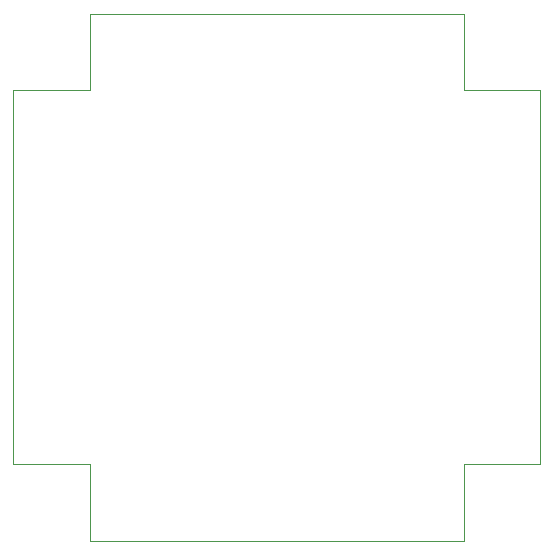
<source format=gbr>
%TF.GenerationSoftware,KiCad,Pcbnew,8.0.8*%
%TF.CreationDate,2025-04-15T16:12:00+02:00*%
%TF.ProjectId,gFocus,67466f63-7573-42e6-9b69-6361645f7063,rev?*%
%TF.SameCoordinates,Original*%
%TF.FileFunction,Profile,NP*%
%FSLAX46Y46*%
G04 Gerber Fmt 4.6, Leading zero omitted, Abs format (unit mm)*
G04 Created by KiCad (PCBNEW 8.0.8) date 2025-04-15 16:12:00*
%MOMM*%
%LPD*%
G01*
G04 APERTURE LIST*
%TA.AperFunction,Profile*%
%ADD10C,0.050000*%
%TD*%
G04 APERTURE END LIST*
D10*
X161750000Y-119950000D02*
X161750000Y-113500000D01*
X168200000Y-81800000D02*
X168200000Y-113500000D01*
X161750000Y-113500000D02*
X168200000Y-113500000D01*
X123600000Y-113500000D02*
X123600000Y-81800000D01*
X130050000Y-75350000D02*
X161750000Y-75350000D01*
X168200000Y-81800000D02*
X161750000Y-81800000D01*
X161750000Y-75350000D02*
X161750000Y-81800000D01*
X161750000Y-119950000D02*
X130050000Y-119950000D01*
X123600000Y-81800000D02*
X130050000Y-81800000D01*
X130050000Y-75350000D02*
X130050000Y-81800000D01*
X130050000Y-119950000D02*
X130050000Y-113500000D01*
X123600000Y-113500000D02*
X130050000Y-113500000D01*
M02*

</source>
